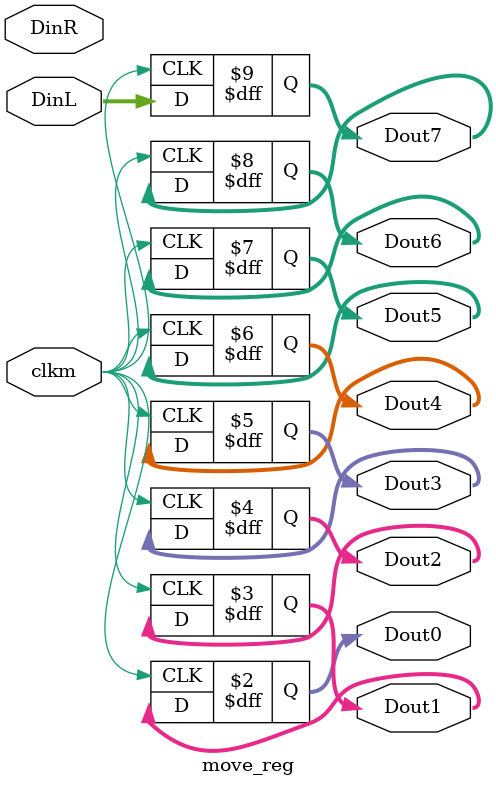
<source format=v>
module move_reg(clkm,DinR,DinL,Dout0,Dout1,Dout2,Dout3,Dout4,Dout5,Dout6,Dout7);
	input clkm;
	input [3:0]DinL,DinR;
	output reg[3:0]Dout0,Dout1,Dout2,Dout3,Dout4,Dout5,Dout6,Dout7;
	always @ (posedge clkm)begin
		Dout0 <= Dout1;
		Dout1 <= Dout2;
		Dout2 <= Dout3;
		Dout3 <= Dout4;
		Dout4 <= Dout5;
		Dout5 <= Dout6;
		Dout6 <= Dout7;
		Dout7 <= DinL;
	end
endmodule
</source>
